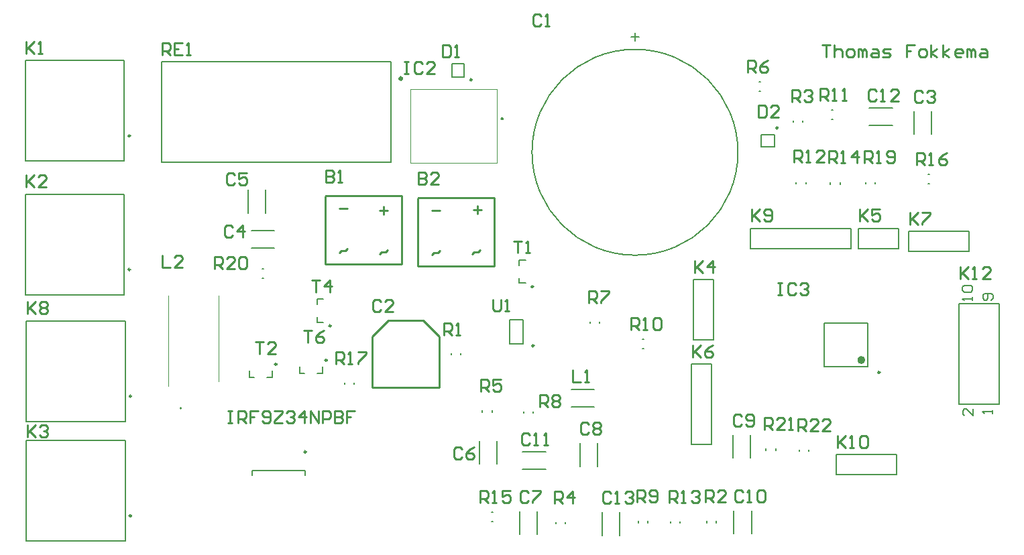
<source format=gto>
G04*
G04 #@! TF.GenerationSoftware,Altium Limited,Altium Designer,23.4.1 (23)*
G04*
G04 Layer_Color=65535*
%FSLAX44Y44*%
%MOMM*%
G71*
G04*
G04 #@! TF.SameCoordinates,80FF149A-008E-4E34-88B8-DC70BB772429*
G04*
G04*
G04 #@! TF.FilePolarity,Positive*
G04*
G01*
G75*
%ADD10C,0.2500*%
%ADD11C,0.3000*%
%ADD12C,0.5000*%
%ADD13C,0.2000*%
%ADD14C,0.4000*%
%ADD15C,0.1000*%
%ADD16C,0.2540*%
%ADD17C,0.2032*%
D10*
X672490Y261900D02*
G03*
X672490Y261900I-1250J0D01*
G01*
X980590Y537050D02*
G03*
X980590Y537050I-1250J0D01*
G01*
X164220Y46990D02*
G03*
X164220Y46990I-1250J0D01*
G01*
X385070Y127820D02*
G03*
X385070Y127820I-1250J0D01*
G01*
X411410Y243680D02*
G03*
X411410Y243680I-1250J0D01*
G01*
X347910Y238600D02*
G03*
X347910Y238600I-1250J0D01*
G01*
X1109305Y228290D02*
G03*
X1109305Y228290I-1250J0D01*
G01*
X162950Y527050D02*
G03*
X162950Y527050I-1250J0D01*
G01*
Y358140D02*
G03*
X162950Y358140I-1250J0D01*
G01*
X164220Y198120D02*
G03*
X164220Y198120I-1250J0D01*
G01*
X416380Y287070D02*
G03*
X416380Y287070I-1250J0D01*
G01*
X594180Y598000D02*
G03*
X594180Y598000I-1250J0D01*
G01*
X671650Y336600D02*
G03*
X671650Y336600I-1250J0D01*
G01*
D11*
X632900Y548640D02*
G03*
X631900Y548640I-500J0D01*
G01*
D02*
G03*
X632900Y548640I500J0D01*
G01*
D12*
X1088300Y243890D02*
G03*
X1088300Y243890I-2500J0D01*
G01*
D13*
X930100Y506260D02*
G03*
X930100Y506260I-130000J0D01*
G01*
X227570Y182970D02*
G03*
X225570Y182970I-1000J0D01*
G01*
D02*
G03*
X227570Y182970I1000J0D01*
G01*
X641740Y294900D02*
X658740D01*
X641740Y263900D02*
X658740D01*
X641740D02*
Y294900D01*
X658740Y263900D02*
Y294900D01*
X1015900Y466360D02*
Y468360D01*
X1003400Y466360D02*
Y468360D01*
X1046580Y466000D02*
Y468000D01*
X1059080Y466000D02*
Y468000D01*
X1103530Y466360D02*
Y468360D01*
X1091030Y466360D02*
Y468360D01*
X567790Y250460D02*
Y252460D01*
X580290Y250460D02*
Y252460D01*
X959490Y528500D02*
X975990D01*
X959490Y512900D02*
Y528500D01*
Y512900D02*
X975990D01*
Y528500D01*
X659231Y176800D02*
Y178800D01*
X671730Y176800D02*
Y178800D01*
X719529Y206861D02*
X748591D01*
X719529Y184299D02*
X748591D01*
X625961Y112469D02*
Y141531D01*
X603399Y112469D02*
Y141531D01*
X311299Y429581D02*
Y458643D01*
X333861Y429581D02*
Y458643D01*
X315669Y407521D02*
X344731D01*
X315669Y384959D02*
X344731D01*
X329200Y346810D02*
X331200D01*
X329200Y359310D02*
X331200D01*
X31470Y15240D02*
X156470D01*
X31472Y15242D02*
Y142238D01*
X156470D01*
Y15240D02*
Y142238D01*
X384020Y98320D02*
Y104320D01*
X317020D02*
X384020D01*
X317020Y98320D02*
Y104320D01*
X445670Y213270D02*
Y215270D01*
X433170Y213270D02*
Y215270D01*
X405760Y227180D02*
Y235330D01*
X399160Y227180D02*
X405760D01*
X376560D02*
Y235330D01*
Y227180D02*
X383160D01*
X342260Y222100D02*
Y230250D01*
X335660Y222100D02*
X342260D01*
X313060D02*
Y230250D01*
Y222100D02*
X319660D01*
X1094300Y235390D02*
Y290390D01*
X1039300D02*
X1094300D01*
X1039300Y235390D02*
Y290390D01*
Y235390D02*
X1094300D01*
X800100Y646760D02*
Y656920D01*
X795020Y651840D02*
X805180D01*
X873760Y345440D02*
X899160D01*
Y269240D02*
Y345440D01*
X873760Y269240D02*
X899160D01*
X873760D02*
Y345440D01*
X1082040Y384810D02*
Y410210D01*
X1132840D01*
Y384810D02*
Y410210D01*
X1082040Y384810D02*
X1132840D01*
X871220Y137160D02*
X896620D01*
X871220D02*
Y238760D01*
X896620Y137160D02*
Y238760D01*
X871220D02*
X896620D01*
X1145540Y381000D02*
Y406400D01*
X1221740D01*
Y381000D02*
Y406400D01*
X1145540Y381000D02*
X1221740D01*
X946150Y384810D02*
Y410210D01*
X1073150D01*
X946150Y384810D02*
X1073150D01*
Y410210D01*
X1054100Y99060D02*
Y124460D01*
X1130300D01*
Y99060D02*
Y124460D01*
X1054100Y99060D02*
X1130300D01*
X1209040Y314960D02*
X1259840D01*
X1209040Y187960D02*
X1259840D01*
X1209040D02*
Y314960D01*
X1259840Y187960D02*
Y314960D01*
X155200Y495300D02*
Y622298D01*
X30202D02*
X155200D01*
X30202Y495302D02*
Y622298D01*
X30200Y495300D02*
X155200D01*
Y326390D02*
Y453388D01*
X30202D02*
X155200D01*
X30202Y326392D02*
Y453388D01*
X30200Y326390D02*
X155200D01*
X156470Y166370D02*
Y293368D01*
X31472D02*
X156470D01*
X31472Y166372D02*
Y293368D01*
X31470Y166370D02*
X156470D01*
X809260Y257910D02*
X811260D01*
X809260Y270410D02*
X811260D01*
X202330Y493360D02*
X492330D01*
X202330D02*
Y620360D01*
X492330D01*
Y493360D02*
Y620360D01*
X956580Y583030D02*
X958580D01*
X956580Y595530D02*
X958580D01*
X999590Y544190D02*
Y546190D01*
X1012090Y544190D02*
Y546190D01*
X658181Y128121D02*
X687243D01*
X658181Y105559D02*
X687243D01*
X947271Y24452D02*
Y53513D01*
X924709Y24452D02*
Y53513D01*
X946001Y120089D02*
Y149151D01*
X923439Y120089D02*
Y149151D01*
X890370Y38370D02*
Y40370D01*
X902870Y38370D02*
Y40370D01*
X816510Y38370D02*
Y40370D01*
X804010Y38370D02*
Y40370D01*
X1095837Y539899D02*
X1124898D01*
X1095837Y562461D02*
X1124898D01*
X780901Y22299D02*
Y51361D01*
X758339Y22299D02*
Y51361D01*
X743050Y290190D02*
Y292190D01*
X755550Y290190D02*
Y292190D01*
X857150Y38010D02*
Y40010D01*
X844650Y38010D02*
Y40010D01*
X618760Y51970D02*
X620760D01*
X618760Y39470D02*
X620760D01*
X676761Y23569D02*
Y52631D01*
X654199Y23569D02*
Y52631D01*
X712370Y37100D02*
Y39100D01*
X699870Y37100D02*
Y39100D01*
X965300Y129810D02*
Y131810D01*
X977800Y129810D02*
Y131810D01*
X1048020Y559970D02*
X1050020D01*
X1048020Y547470D02*
X1050020D01*
X1174601Y529029D02*
Y558091D01*
X1152039Y529029D02*
Y558091D01*
X752961Y109542D02*
Y138603D01*
X730399Y109542D02*
Y138603D01*
X619660Y178070D02*
Y180070D01*
X607160Y178070D02*
Y180070D01*
X1007210Y128540D02*
Y130540D01*
X1019710Y128540D02*
Y130540D01*
X1169940Y478690D02*
X1171940D01*
X1169940Y466190D02*
X1171940D01*
X398630Y314070D02*
Y320670D01*
X406780D01*
X398630Y291470D02*
Y298070D01*
Y291470D02*
X406780D01*
X568780Y601350D02*
X584380D01*
X568780D02*
Y617850D01*
X584380D01*
Y601350D02*
Y617850D01*
X653900Y363600D02*
Y370200D01*
X662050D01*
X653900Y341000D02*
Y347600D01*
Y341000D02*
X662050D01*
D14*
X505559Y599320D02*
G03*
X505559Y599320I-1259J0D01*
G01*
D15*
X625400Y492640D02*
Y585640D01*
X516400D02*
X625400D01*
X516400Y492640D02*
Y585640D01*
Y492640D02*
X625400D01*
X211070Y211070D02*
Y324870D01*
X274070Y217170D02*
Y324870D01*
D16*
X468040Y208870D02*
Y273730D01*
X468130Y208960D02*
X553040D01*
Y273640D01*
X532720Y293960D02*
X553040Y273640D01*
X510540Y293960D02*
X532720D01*
X488270D02*
X510540D01*
X468040Y273730D02*
X488270Y293960D01*
X462200Y364670D02*
X505477D01*
X440700Y451680D02*
X473700D01*
X505477Y364670D02*
Y407670D01*
Y412947D01*
X408923D02*
Y450833D01*
X473700Y451680D02*
X505477D01*
Y412947D02*
Y451680D01*
X409770D02*
X440700D01*
X408923Y450833D02*
X409770Y451680D01*
X457200Y364670D02*
X462200D01*
X424742D02*
X436381D01*
X408923D02*
Y412947D01*
Y364670D02*
X424742D01*
X436381D02*
X457200D01*
X579040Y362130D02*
X622317D01*
X557540Y449140D02*
X590540D01*
X622317Y362130D02*
Y405130D01*
Y410407D01*
X525763D02*
Y448293D01*
X590540Y449140D02*
X622317D01*
Y410407D02*
Y449140D01*
X526610D02*
X557540D01*
X525763Y448293D02*
X526610Y449140D01*
X574040Y362130D02*
X579040D01*
X541582D02*
X553221D01*
X525763D02*
Y410407D01*
Y362130D02*
X541582D01*
X553221D02*
X574040D01*
X477520Y432814D02*
X487677D01*
X482598Y437893D02*
Y427736D01*
X1036320Y641599D02*
X1046477D01*
X1041398D01*
Y626364D01*
X1051555Y641599D02*
Y626364D01*
Y633982D01*
X1054094Y636521D01*
X1059173D01*
X1061712Y633982D01*
Y626364D01*
X1069329D02*
X1074408D01*
X1076947Y628903D01*
Y633982D01*
X1074408Y636521D01*
X1069329D01*
X1066790Y633982D01*
Y628903D01*
X1069329Y626364D01*
X1082025D02*
Y636521D01*
X1084564D01*
X1087104Y633982D01*
Y626364D01*
Y633982D01*
X1089643Y636521D01*
X1092182Y633982D01*
Y626364D01*
X1099799Y636521D02*
X1104878D01*
X1107417Y633982D01*
Y626364D01*
X1099799D01*
X1097260Y628903D01*
X1099799Y631442D01*
X1107417D01*
X1112495Y626364D02*
X1120113D01*
X1122652Y628903D01*
X1120113Y631442D01*
X1115034D01*
X1112495Y633982D01*
X1115034Y636521D01*
X1122652D01*
X1153122Y641599D02*
X1142965D01*
Y633982D01*
X1148044D01*
X1142965D01*
Y626364D01*
X1160740D02*
X1165818D01*
X1168357Y628903D01*
Y633982D01*
X1165818Y636521D01*
X1160740D01*
X1158201Y633982D01*
Y628903D01*
X1160740Y626364D01*
X1173436D02*
Y641599D01*
Y631442D02*
X1181053Y636521D01*
X1173436Y631442D02*
X1181053Y626364D01*
X1188671D02*
Y641599D01*
Y631442D02*
X1196288Y636521D01*
X1188671Y631442D02*
X1196288Y626364D01*
X1211523D02*
X1206445D01*
X1203906Y628903D01*
Y633982D01*
X1206445Y636521D01*
X1211523D01*
X1214062Y633982D01*
Y631442D01*
X1203906D01*
X1219141Y626364D02*
Y636521D01*
X1221680D01*
X1224219Y633982D01*
Y626364D01*
Y633982D01*
X1226758Y636521D01*
X1229298Y633982D01*
Y626364D01*
X1236915Y636521D02*
X1241993D01*
X1244533Y633982D01*
Y626364D01*
X1236915D01*
X1234376Y628903D01*
X1236915Y631442D01*
X1244533D01*
X426720Y435610D02*
X436877D01*
X477520Y377444D02*
X480059Y379983D01*
X485137D01*
X487677Y382522D01*
X426720Y379222D02*
X429259Y381761D01*
X434338D01*
X436877Y384300D01*
X596138Y433576D02*
X606295D01*
X601216Y438655D02*
Y428498D01*
X543560Y433070D02*
X553717D01*
X594360Y377444D02*
X596899Y379983D01*
X601978D01*
X604517Y382522D01*
X544068Y376682D02*
X546607Y379221D01*
X551685D01*
X554225Y381760D01*
X32766Y317495D02*
Y302260D01*
Y307338D01*
X42923Y317495D01*
X35305Y309877D01*
X42923Y302260D01*
X48001Y314956D02*
X50540Y317495D01*
X55619D01*
X58158Y314956D01*
Y312417D01*
X55619Y309877D01*
X58158Y307338D01*
Y304799D01*
X55619Y302260D01*
X50540D01*
X48001Y304799D01*
Y307338D01*
X50540Y309877D01*
X48001Y312417D01*
Y314956D01*
X50540Y309877D02*
X55619D01*
X33024Y161796D02*
Y146560D01*
Y151639D01*
X43181Y161796D01*
X35563Y154178D01*
X43181Y146560D01*
X48259Y159256D02*
X50798Y161796D01*
X55877D01*
X58416Y159256D01*
Y156717D01*
X55877Y154178D01*
X53337D01*
X55877D01*
X58416Y151639D01*
Y149100D01*
X55877Y146560D01*
X50798D01*
X48259Y149100D01*
X31496Y477515D02*
Y462280D01*
Y467358D01*
X41653Y477515D01*
X34035Y469897D01*
X41653Y462280D01*
X56888D02*
X46731D01*
X56888Y472437D01*
Y474976D01*
X54349Y477515D01*
X49270D01*
X46731Y474976D01*
X31496Y646425D02*
Y631190D01*
Y636268D01*
X41653Y646425D01*
X34035Y638807D01*
X41653Y631190D01*
X46731D02*
X51809D01*
X49270D01*
Y646425D01*
X46731Y643886D01*
X620522Y320543D02*
Y307847D01*
X623061Y305308D01*
X628139D01*
X630679Y307847D01*
Y320543D01*
X635757Y305308D02*
X640835D01*
X638296D01*
Y320543D01*
X635757Y318004D01*
X381766Y281175D02*
X391923D01*
X386844D01*
Y265940D01*
X407158Y281175D02*
X402080Y278636D01*
X397001Y273558D01*
Y268480D01*
X399540Y265940D01*
X404619D01*
X407158Y268480D01*
Y271019D01*
X404619Y273558D01*
X397001D01*
X391922Y344673D02*
X402079D01*
X397000D01*
Y329438D01*
X414775D02*
Y344673D01*
X407157Y337056D01*
X417314D01*
X321314Y266698D02*
X331471D01*
X326393D01*
Y251462D01*
X346706D02*
X336549D01*
X346706Y261619D01*
Y264158D01*
X344167Y266698D01*
X339088D01*
X336549Y264158D01*
X647192Y394203D02*
X657349D01*
X652270D01*
Y378968D01*
X662427D02*
X667505D01*
X664966D01*
Y394203D01*
X662427Y391664D01*
X203454Y628904D02*
Y644139D01*
X211071D01*
X213611Y641600D01*
Y636521D01*
X211071Y633982D01*
X203454D01*
X208532D02*
X213611Y628904D01*
X228846Y644139D02*
X218689D01*
Y628904D01*
X228846D01*
X218689Y636521D02*
X223767D01*
X233924Y628904D02*
X239002D01*
X236463D01*
Y644139D01*
X233924Y641600D01*
X1005840Y154432D02*
Y169667D01*
X1013457D01*
X1015997Y167128D01*
Y162050D01*
X1013457Y159510D01*
X1005840D01*
X1010918D02*
X1015997Y154432D01*
X1031232D02*
X1021075D01*
X1031232Y164589D01*
Y167128D01*
X1028693Y169667D01*
X1023614D01*
X1021075Y167128D01*
X1046467Y154432D02*
X1036310D01*
X1046467Y164589D01*
Y167128D01*
X1043928Y169667D01*
X1038849D01*
X1036310Y167128D01*
X963930Y155702D02*
Y170937D01*
X971547D01*
X974087Y168398D01*
Y163319D01*
X971547Y160780D01*
X963930D01*
X969008D02*
X974087Y155702D01*
X989322D02*
X979165D01*
X989322Y165859D01*
Y168398D01*
X986783Y170937D01*
X981704D01*
X979165Y168398D01*
X994400Y155702D02*
X999479D01*
X996939D01*
Y170937D01*
X994400Y168398D01*
X269501Y358651D02*
Y373885D01*
X277118D01*
X279657Y371346D01*
Y366268D01*
X277118Y363729D01*
X269501D01*
X274579D02*
X279657Y358651D01*
X294892D02*
X284736D01*
X294892Y368807D01*
Y371346D01*
X292353Y373885D01*
X287275D01*
X284736Y371346D01*
X299971D02*
X302510Y373885D01*
X307588D01*
X310127Y371346D01*
Y361190D01*
X307588Y358651D01*
X302510D01*
X299971Y361190D01*
Y371346D01*
X1089666Y492762D02*
Y507998D01*
X1097284D01*
X1099823Y505458D01*
Y500380D01*
X1097284Y497841D01*
X1089666D01*
X1094744D02*
X1099823Y492762D01*
X1104901D02*
X1109980D01*
X1107440D01*
Y507998D01*
X1104901Y505458D01*
X1117597Y495302D02*
X1120136Y492762D01*
X1125215D01*
X1127754Y495302D01*
Y505458D01*
X1125215Y507998D01*
X1120136D01*
X1117597Y505458D01*
Y502919D01*
X1120136Y500380D01*
X1127754D01*
X422916Y238762D02*
Y253997D01*
X430534D01*
X433073Y251458D01*
Y246380D01*
X430534Y243841D01*
X422916D01*
X427994D02*
X433073Y238762D01*
X438151D02*
X443230D01*
X440690D01*
Y253997D01*
X438151Y251458D01*
X450847Y253997D02*
X461004D01*
Y251458D01*
X450847Y241302D01*
Y238762D01*
X1156208Y490220D02*
Y505455D01*
X1163826D01*
X1166365Y502916D01*
Y497837D01*
X1163826Y495298D01*
X1156208D01*
X1161286D02*
X1166365Y490220D01*
X1171443D02*
X1176521D01*
X1173982D01*
Y505455D01*
X1171443Y502916D01*
X1194296Y505455D02*
X1189217Y502916D01*
X1184139Y497837D01*
Y492759D01*
X1186678Y490220D01*
X1191757D01*
X1194296Y492759D01*
Y495298D01*
X1191757Y497837D01*
X1184139D01*
X605028Y63500D02*
Y78735D01*
X612645D01*
X615185Y76196D01*
Y71118D01*
X612645Y68578D01*
X605028D01*
X610106D02*
X615185Y63500D01*
X620263D02*
X625341D01*
X622802D01*
Y78735D01*
X620263Y76196D01*
X643116Y78735D02*
X632959D01*
Y71118D01*
X638037Y73657D01*
X640576D01*
X643116Y71118D01*
Y66039D01*
X640576Y63500D01*
X635498D01*
X632959Y66039D01*
X1045216Y492762D02*
Y507998D01*
X1052834D01*
X1055373Y505458D01*
Y500380D01*
X1052834Y497841D01*
X1045216D01*
X1050294D02*
X1055373Y492762D01*
X1060451D02*
X1065530D01*
X1062990D01*
Y507998D01*
X1060451Y505458D01*
X1080765Y492762D02*
Y507998D01*
X1073147Y500380D01*
X1083304D01*
X843280Y63754D02*
Y78989D01*
X850898D01*
X853437Y76450D01*
Y71371D01*
X850898Y68832D01*
X843280D01*
X848358D02*
X853437Y63754D01*
X858515D02*
X863593D01*
X861054D01*
Y78989D01*
X858515Y76450D01*
X871211D02*
X873750Y78989D01*
X878829D01*
X881368Y76450D01*
Y73911D01*
X878829Y71371D01*
X876289D01*
X878829D01*
X881368Y68832D01*
Y66293D01*
X878829Y63754D01*
X873750D01*
X871211Y66293D01*
X1000766Y493270D02*
Y508506D01*
X1008384D01*
X1010923Y505966D01*
Y500888D01*
X1008384Y498349D01*
X1000766D01*
X1005844D02*
X1010923Y493270D01*
X1016001D02*
X1021080D01*
X1018540D01*
Y508506D01*
X1016001Y505966D01*
X1038854Y493270D02*
X1028697D01*
X1038854Y503427D01*
Y505966D01*
X1036315Y508506D01*
X1031236D01*
X1028697Y505966D01*
X1034288Y571500D02*
Y586735D01*
X1041906D01*
X1044445Y584196D01*
Y579118D01*
X1041906Y576578D01*
X1034288D01*
X1039366D02*
X1044445Y571500D01*
X1049523D02*
X1054601D01*
X1052062D01*
Y586735D01*
X1049523Y584196D01*
X1062219Y571500D02*
X1067297D01*
X1064758D01*
Y586735D01*
X1062219Y584196D01*
X795528Y281940D02*
Y297175D01*
X803146D01*
X805685Y294636D01*
Y289557D01*
X803146Y287018D01*
X795528D01*
X800606D02*
X805685Y281940D01*
X810763D02*
X815841D01*
X813302D01*
Y297175D01*
X810763Y294636D01*
X823459D02*
X825998Y297175D01*
X831077D01*
X833616Y294636D01*
Y284479D01*
X831077Y281940D01*
X825998D01*
X823459Y284479D01*
Y294636D01*
X802640Y64262D02*
Y79497D01*
X810257D01*
X812797Y76958D01*
Y71880D01*
X810257Y69340D01*
X802640D01*
X807718D02*
X812797Y64262D01*
X817875Y66801D02*
X820414Y64262D01*
X825493D01*
X828032Y66801D01*
Y76958D01*
X825493Y79497D01*
X820414D01*
X817875Y76958D01*
Y74419D01*
X820414Y71880D01*
X828032D01*
X679708Y184914D02*
Y200149D01*
X687326D01*
X689865Y197610D01*
Y192532D01*
X687326Y189993D01*
X679708D01*
X684787D02*
X689865Y184914D01*
X694943Y197610D02*
X697482Y200149D01*
X702561D01*
X705100Y197610D01*
Y195071D01*
X702561Y192532D01*
X705100Y189993D01*
Y187454D01*
X702561Y184914D01*
X697482D01*
X694943Y187454D01*
Y189993D01*
X697482Y192532D01*
X694943Y195071D01*
Y197610D01*
X697482Y192532D02*
X702561D01*
X741680Y315976D02*
Y331211D01*
X749297D01*
X751837Y328672D01*
Y323593D01*
X749297Y321054D01*
X741680D01*
X746758D02*
X751837Y315976D01*
X756915Y331211D02*
X767072D01*
Y328672D01*
X756915Y318515D01*
Y315976D01*
X942848Y607060D02*
Y622295D01*
X950465D01*
X953005Y619756D01*
Y614678D01*
X950465Y612138D01*
X942848D01*
X947926D02*
X953005Y607060D01*
X968240Y622295D02*
X963161Y619756D01*
X958083Y614678D01*
Y609599D01*
X960622Y607060D01*
X965701D01*
X968240Y609599D01*
Y612138D01*
X965701Y614678D01*
X958083D01*
X605790Y203962D02*
Y219197D01*
X613408D01*
X615947Y216658D01*
Y211579D01*
X613408Y209040D01*
X605790D01*
X610868D02*
X615947Y203962D01*
X631182Y219197D02*
X621025D01*
Y211579D01*
X626103Y214119D01*
X628643D01*
X631182Y211579D01*
Y206501D01*
X628643Y203962D01*
X623564D01*
X621025Y206501D01*
X698500Y62992D02*
Y78227D01*
X706117D01*
X708657Y75688D01*
Y70609D01*
X706117Y68070D01*
X698500D01*
X703578D02*
X708657Y62992D01*
X721353D02*
Y78227D01*
X713735Y70609D01*
X723892D01*
X998220Y569976D02*
Y585211D01*
X1005837D01*
X1008377Y582672D01*
Y577593D01*
X1005837Y575054D01*
X998220D01*
X1003298D02*
X1008377Y569976D01*
X1013455Y582672D02*
X1015994Y585211D01*
X1021073D01*
X1023612Y582672D01*
Y580133D01*
X1021073Y577593D01*
X1018533D01*
X1021073D01*
X1023612Y575054D01*
Y572515D01*
X1021073Y569976D01*
X1015994D01*
X1013455Y572515D01*
X889000Y64262D02*
Y79497D01*
X896618D01*
X899157Y76958D01*
Y71880D01*
X896618Y69340D01*
X889000D01*
X894078D02*
X899157Y64262D01*
X914392D02*
X904235D01*
X914392Y74419D01*
Y76958D01*
X911853Y79497D01*
X906774D01*
X904235Y76958D01*
X558803Y275592D02*
Y290828D01*
X566421D01*
X568960Y288288D01*
Y283210D01*
X566421Y280671D01*
X558803D01*
X563882D02*
X568960Y275592D01*
X574038D02*
X579117D01*
X576578D01*
Y290828D01*
X574038Y288288D01*
X203200Y375661D02*
Y360426D01*
X213357D01*
X228592D02*
X218435D01*
X228592Y370583D01*
Y373122D01*
X226053Y375661D01*
X220974D01*
X218435Y373122D01*
X721109Y230884D02*
Y215648D01*
X731266D01*
X736344D02*
X741423D01*
X738884D01*
Y230884D01*
X736344Y228344D01*
X1210564Y361437D02*
Y346202D01*
Y351280D01*
X1220721Y361437D01*
X1213103Y353820D01*
X1220721Y346202D01*
X1225799D02*
X1230877D01*
X1228338D01*
Y361437D01*
X1225799Y358898D01*
X1248652Y346202D02*
X1238495D01*
X1248652Y356359D01*
Y358898D01*
X1246113Y361437D01*
X1241034D01*
X1238495Y358898D01*
X1055624Y148331D02*
Y133096D01*
Y138174D01*
X1065781Y148331D01*
X1058163Y140714D01*
X1065781Y133096D01*
X1070859D02*
X1075937D01*
X1073398D01*
Y148331D01*
X1070859Y145792D01*
X1083555D02*
X1086094Y148331D01*
X1091172D01*
X1093712Y145792D01*
Y135635D01*
X1091172Y133096D01*
X1086094D01*
X1083555Y135635D01*
Y145792D01*
X947674Y434081D02*
Y418846D01*
Y423924D01*
X957831Y434081D01*
X950213Y426464D01*
X957831Y418846D01*
X962909Y421385D02*
X965448Y418846D01*
X970527D01*
X973066Y421385D01*
Y431542D01*
X970527Y434081D01*
X965448D01*
X962909Y431542D01*
Y429003D01*
X965448Y426464D01*
X973066D01*
X1147064Y430271D02*
Y415036D01*
Y420114D01*
X1157221Y430271D01*
X1149603Y422654D01*
X1157221Y415036D01*
X1162299Y430271D02*
X1172456D01*
Y427732D01*
X1162299Y417575D01*
Y415036D01*
X872744Y262631D02*
Y247396D01*
Y252474D01*
X882901Y262631D01*
X875283Y255014D01*
X882901Y247396D01*
X898136Y262631D02*
X893057Y260092D01*
X887979Y255014D01*
Y249935D01*
X890518Y247396D01*
X895597D01*
X898136Y249935D01*
Y252474D01*
X895597Y255014D01*
X887979D01*
X1083564Y434081D02*
Y418846D01*
Y423924D01*
X1093721Y434081D01*
X1086103Y426464D01*
X1093721Y418846D01*
X1108956Y434081D02*
X1098799D01*
Y426464D01*
X1103877Y429003D01*
X1106417D01*
X1108956Y426464D01*
Y421385D01*
X1106417Y418846D01*
X1101338D01*
X1098799Y421385D01*
X875284Y369311D02*
Y354076D01*
Y359154D01*
X885441Y369311D01*
X877823Y361693D01*
X885441Y354076D01*
X898137D02*
Y369311D01*
X890519Y361693D01*
X900676D01*
X286030Y179576D02*
X291108D01*
X288569D01*
Y164340D01*
X286030D01*
X291108D01*
X298726D02*
Y179576D01*
X306343D01*
X308883Y177036D01*
Y171958D01*
X306343Y169419D01*
X298726D01*
X303804D02*
X308883Y164340D01*
X324118Y179576D02*
X313961D01*
Y171958D01*
X319039D01*
X313961D01*
Y164340D01*
X329196Y166880D02*
X331735Y164340D01*
X336813D01*
X339353Y166880D01*
Y177036D01*
X336813Y179576D01*
X331735D01*
X329196Y177036D01*
Y174497D01*
X331735Y171958D01*
X339353D01*
X344431Y179576D02*
X354588D01*
Y177036D01*
X344431Y166880D01*
Y164340D01*
X354588D01*
X359666Y177036D02*
X362205Y179576D01*
X367284D01*
X369823Y177036D01*
Y174497D01*
X367284Y171958D01*
X364744D01*
X367284D01*
X369823Y169419D01*
Y166880D01*
X367284Y164340D01*
X362205D01*
X359666Y166880D01*
X382519Y164340D02*
Y179576D01*
X374901Y171958D01*
X385058D01*
X390136Y164340D02*
Y179576D01*
X400293Y164340D01*
Y179576D01*
X405371Y164340D02*
Y179576D01*
X412989D01*
X415528Y177036D01*
Y171958D01*
X412989Y169419D01*
X405371D01*
X420606Y179576D02*
Y164340D01*
X428224D01*
X430763Y166880D01*
Y169419D01*
X428224Y171958D01*
X420606D01*
X428224D01*
X430763Y174497D01*
Y177036D01*
X428224Y179576D01*
X420606D01*
X445998D02*
X435841D01*
Y171958D01*
X440920D01*
X435841D01*
Y164340D01*
X980446Y341628D02*
X985525D01*
X982985D01*
Y326393D01*
X980446D01*
X985525D01*
X1003299Y339088D02*
X1000760Y341628D01*
X995681D01*
X993142Y339088D01*
Y328932D01*
X995681Y326393D01*
X1000760D01*
X1003299Y328932D01*
X1008377Y339088D02*
X1010916Y341628D01*
X1015995D01*
X1018534Y339088D01*
Y336549D01*
X1015995Y334010D01*
X1013456D01*
X1015995D01*
X1018534Y331471D01*
Y328932D01*
X1015995Y326393D01*
X1010916D01*
X1008377Y328932D01*
X509276Y620266D02*
X514355D01*
X511815D01*
Y605031D01*
X509276D01*
X514355D01*
X532129Y617726D02*
X529590Y620266D01*
X524511D01*
X521972Y617726D01*
Y607570D01*
X524511Y605031D01*
X529590D01*
X532129Y607570D01*
X547364Y605031D02*
X537207D01*
X547364Y615187D01*
Y617726D01*
X544825Y620266D01*
X539746D01*
X537207Y617726D01*
X955806Y565401D02*
Y550167D01*
X963424D01*
X965963Y552706D01*
Y562862D01*
X963424Y565401D01*
X955806D01*
X981198Y550167D02*
X971041D01*
X981198Y560323D01*
Y562862D01*
X978659Y565401D01*
X973580D01*
X971041Y562862D01*
X557022Y641853D02*
Y626618D01*
X564640D01*
X567179Y629157D01*
Y639314D01*
X564640Y641853D01*
X557022D01*
X572257Y626618D02*
X577335D01*
X574796D01*
Y641853D01*
X572257Y639314D01*
X770125Y75180D02*
X767586Y77719D01*
X762507D01*
X759968Y75180D01*
Y65023D01*
X762507Y62484D01*
X767586D01*
X770125Y65023D01*
X775203Y62484D02*
X780281D01*
X777742D01*
Y77719D01*
X775203Y75180D01*
X787899D02*
X790438Y77719D01*
X795517D01*
X798056Y75180D01*
Y72641D01*
X795517Y70101D01*
X792977D01*
X795517D01*
X798056Y67562D01*
Y65023D01*
X795517Y62484D01*
X790438D01*
X787899Y65023D01*
X1105151Y583688D02*
X1102611Y586227D01*
X1097533D01*
X1094994Y583688D01*
Y573531D01*
X1097533Y570992D01*
X1102611D01*
X1105151Y573531D01*
X1110229Y570992D02*
X1115307D01*
X1112768D01*
Y586227D01*
X1110229Y583688D01*
X1133082Y570992D02*
X1122925D01*
X1133082Y581149D01*
Y583688D01*
X1130543Y586227D01*
X1125464D01*
X1122925Y583688D01*
X667255Y149348D02*
X664715Y151887D01*
X659637D01*
X657098Y149348D01*
Y139191D01*
X659637Y136652D01*
X664715D01*
X667255Y139191D01*
X672333Y136652D02*
X677411D01*
X674872D01*
Y151887D01*
X672333Y149348D01*
X685029Y136652D02*
X690107D01*
X687568D01*
Y151887D01*
X685029Y149348D01*
X936495Y77212D02*
X933956Y79751D01*
X928877D01*
X926338Y77212D01*
Y67055D01*
X928877Y64516D01*
X933956D01*
X936495Y67055D01*
X941573Y64516D02*
X946651D01*
X944112D01*
Y79751D01*
X941573Y77212D01*
X954269D02*
X956808Y79751D01*
X961887D01*
X964426Y77212D01*
Y67055D01*
X961887Y64516D01*
X956808D01*
X954269Y67055D01*
Y77212D01*
X935225Y172970D02*
X932685Y175509D01*
X927607D01*
X925068Y172970D01*
Y162813D01*
X927607Y160274D01*
X932685D01*
X935225Y162813D01*
X940303D02*
X942842Y160274D01*
X947921D01*
X950460Y162813D01*
Y172970D01*
X947921Y175509D01*
X942842D01*
X940303Y172970D01*
Y170431D01*
X942842Y167892D01*
X950460D01*
X742185Y162302D02*
X739645Y164841D01*
X734567D01*
X732028Y162302D01*
Y152145D01*
X734567Y149606D01*
X739645D01*
X742185Y152145D01*
X747263Y162302D02*
X749802Y164841D01*
X754881D01*
X757420Y162302D01*
Y159763D01*
X754881Y157224D01*
X757420Y154684D01*
Y152145D01*
X754881Y149606D01*
X749802D01*
X747263Y152145D01*
Y154684D01*
X749802Y157224D01*
X747263Y159763D01*
Y162302D01*
X749802Y157224D02*
X754881D01*
X665985Y76450D02*
X663446Y78989D01*
X658367D01*
X655828Y76450D01*
Y66293D01*
X658367Y63754D01*
X663446D01*
X665985Y66293D01*
X671063Y78989D02*
X681220D01*
Y76450D01*
X671063Y66293D01*
Y63754D01*
X581407Y131062D02*
X578868Y133602D01*
X573789D01*
X571250Y131062D01*
Y120906D01*
X573789Y118366D01*
X578868D01*
X581407Y120906D01*
X596642Y133602D02*
X591563Y131062D01*
X586485Y125984D01*
Y120906D01*
X589024Y118366D01*
X594103D01*
X596642Y120906D01*
Y123445D01*
X594103Y125984D01*
X586485D01*
X294387Y477772D02*
X291848Y480312D01*
X286769D01*
X284230Y477772D01*
Y467616D01*
X286769Y465076D01*
X291848D01*
X294387Y467616D01*
X309622Y480312D02*
X299465D01*
Y472694D01*
X304543Y475233D01*
X307083D01*
X309622Y472694D01*
Y467616D01*
X307083Y465076D01*
X302004D01*
X299465Y467616D01*
X291847Y411732D02*
X289308Y414272D01*
X284229D01*
X281690Y411732D01*
Y401576D01*
X284229Y399036D01*
X289308D01*
X291847Y401576D01*
X304543Y399036D02*
Y414272D01*
X296925Y406654D01*
X307082D01*
X1163825Y581910D02*
X1161285Y584449D01*
X1156207D01*
X1153668Y581910D01*
Y571753D01*
X1156207Y569214D01*
X1161285D01*
X1163825Y571753D01*
X1168903Y581910D02*
X1171442Y584449D01*
X1176521D01*
X1179060Y581910D01*
Y579371D01*
X1176521Y576832D01*
X1173981D01*
X1176521D01*
X1179060Y574292D01*
Y571753D01*
X1176521Y569214D01*
X1171442D01*
X1168903Y571753D01*
X479549Y317242D02*
X477010Y319781D01*
X471931D01*
X469392Y317242D01*
Y307085D01*
X471931Y304546D01*
X477010D01*
X479549Y307085D01*
X494784Y304546D02*
X484627D01*
X494784Y314703D01*
Y317242D01*
X492245Y319781D01*
X487166D01*
X484627Y317242D01*
X681733Y678176D02*
X679193Y680715D01*
X674115D01*
X671576Y678176D01*
Y668019D01*
X674115Y665480D01*
X679193D01*
X681733Y668019D01*
X686811Y665480D02*
X691889D01*
X689350D01*
Y680715D01*
X686811Y678176D01*
X527050Y481071D02*
Y465836D01*
X534668D01*
X537207Y468375D01*
Y470914D01*
X534668Y473453D01*
X527050D01*
X534668D01*
X537207Y475993D01*
Y478532D01*
X534668Y481071D01*
X527050D01*
X552442Y465836D02*
X542285D01*
X552442Y475993D01*
Y478532D01*
X549903Y481071D01*
X544824D01*
X542285Y478532D01*
X410210Y483611D02*
Y468376D01*
X417827D01*
X420367Y470915D01*
Y473454D01*
X417827Y475993D01*
X410210D01*
X417827D01*
X420367Y478533D01*
Y481072D01*
X417827Y483611D01*
X410210D01*
X425445Y468376D02*
X430523D01*
X427984D01*
Y483611D01*
X425445Y481072D01*
D17*
X1226820Y181946D02*
Y173482D01*
X1218356Y181946D01*
X1216240D01*
X1214124Y179830D01*
Y175598D01*
X1216240Y173482D01*
X1251712Y176276D02*
Y180508D01*
Y178392D01*
X1239016D01*
X1241132Y176276D01*
X1250104Y319532D02*
X1252220Y321648D01*
Y325880D01*
X1250104Y327996D01*
X1241640D01*
X1239524Y325880D01*
Y321648D01*
X1241640Y319532D01*
X1243756D01*
X1245872Y321648D01*
Y327996D01*
X1226312Y319024D02*
Y323256D01*
Y321140D01*
X1213616D01*
X1215732Y319024D01*
Y329604D02*
X1213616Y331720D01*
Y335952D01*
X1215732Y338068D01*
X1224196D01*
X1226312Y335952D01*
Y331720D01*
X1224196Y329604D01*
X1215732D01*
M02*

</source>
